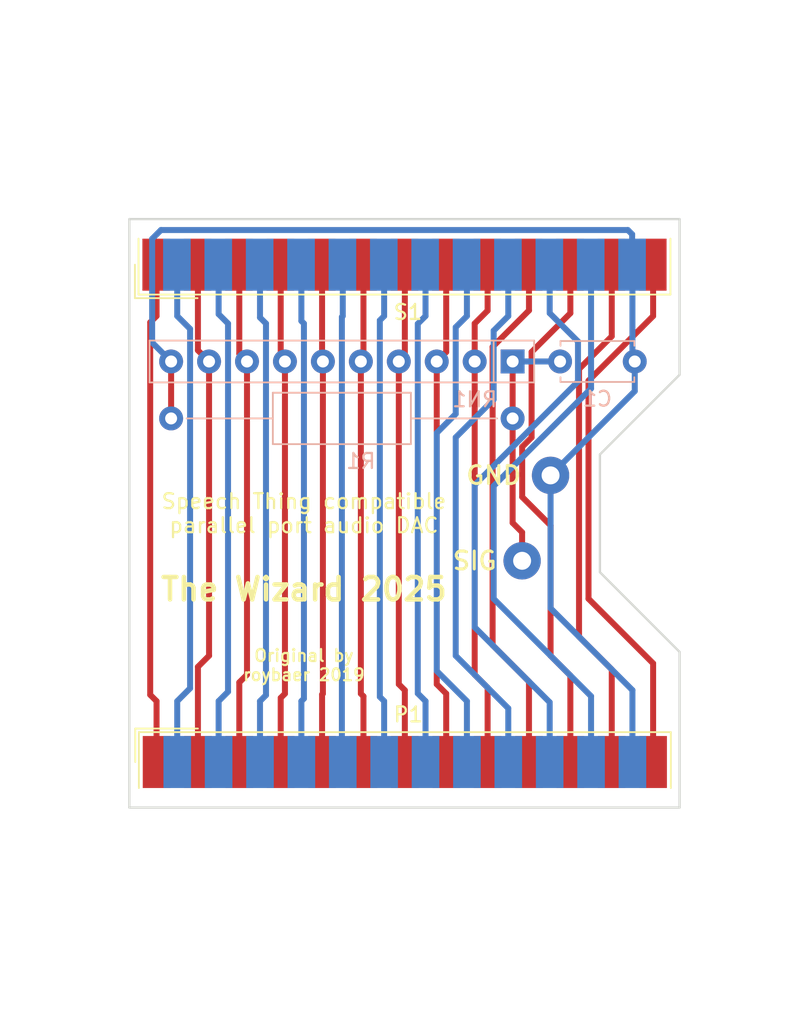
<source format=kicad_pcb>
(kicad_pcb (version 20240108) (generator "pcbnew") (generator_version "8.0")
  (title_block (title "Generic 8 bit audio DAC") (date "2019-04-11") (company "Benedikt Freisen") (comment 4 "Speech Thing compatible parallel port audio DAC"))
  (layers (0 "F.Cu" signal) (31 "B.Cu" signal) (34 "B.Paste" user) (35 "F.Paste" user) (36 "B.SilkS" user "B.Silkscreen") (37 "F.SilkS" user "F.Silkscreen") (38 "B.Mask" user) (39 "F.Mask" user) (44 "Edge.Cuts" user))
  (net 0 "")
  (net 1 "Net-(C1-Pad1)")
  (net 2 "GND")
  (net 3 "Net-(P1-Pad24)")
  (net 4 "Net-(P1-Pad23)")
  (net 5 "Net-(P1-Pad22)")
  (net 6 "Net-(P1-Pad21)")
  (net 7 "Net-(P1-Pad20)")
  (net 8 "Net-(P1-Pad19)")
  (net 9 "Net-(P1-Pad18)")
  (net 10 "Net-(P1-Pad17)")
  (net 11 "Net-(P1-Pad16)")
  (net 12 "Net-(P1-Pad15)")
  (net 13 "Net-(P1-Pad14)")
  (net 14 "Net-(P1-Pad13)")
  (net 15 "Net-(P1-Pad12)")
  (net 16 "Net-(P1-Pad11)")
  (net 17 "Net-(P1-Pad10)")
  (net 18 "Net-(P1-Pad9)")
  (net 19 "Net-(P1-Pad8)")
  (net 20 "Net-(P1-Pad7)")
  (net 21 "Net-(P1-Pad6)")
  (net 22 "Net-(P1-Pad5)")
  (net 23 "Net-(P1-Pad4)")
  (net 24 "Net-(P1-Pad3)")
  (net 25 "Net-(P1-Pad2)")
  (net 26 "Net-(P1-Pad1)")
  (footprint "Connector_Dsub:DSUB-25_Female_EdgeMount_P2.77mm" (layer "F.Cu") (at 136.271 67.183 180)
    (property "Reference" "S1" (at -0.229999 -3.175 180) (layer "F.SilkS"))
    (property "Value" "DB25_Female")
    (fp_line (start 18.043333 0) (end 18.043333 -2.24) (stroke (width 0.12)) (layer "F.SilkS"))
    (fp_line (start 18.043333 -2.24) (end 13.85 -2.24) (stroke (width 0.12)) (layer "F.SilkS"))
    (fp_line (start 17.803333 1.74) (end 17.803333 -2) (stroke (width 0.12)) (layer "F.SilkS"))
    (fp_line (start 17.803333 -2) (end -17.803333 -2) (stroke (width 0.12)) (layer "F.SilkS"))
    (fp_line (start -17.803333 -2) (end -17.803333 1.74) (stroke (width 0.12)) (layer "F.SilkS"))
    (pad "1" smd rect (at 16.62 0 180) (size 1.846667 3.48) (layers "F.Cu" "F.Paste" "F.Mask") (net 26 "Net-(P1-Pad1)"))
    (pad "2" smd rect (at 13.85 0 180) (size 1.846667 3.48) (layers "F.Cu" "F.Paste" "F.Mask") (net 25 "Net-(P1-Pad2)"))
    (pad "3" smd rect (at 11.08 0 180) (size 1.846667 3.48) (layers "F.Cu" "F.Paste" "F.Mask") (net 24 "Net-(P1-Pad3)"))
    (pad "4" smd rect (at 8.31 0 180) (size 1.846667 3.48) (layers "F.Cu" "F.Paste" "F.Mask") (net 23 "Net-(P1-Pad4)"))
    (pad "5" smd rect (at 5.54 0 180) (size 1.846667 3.48) (layers "F.Cu" "F.Paste" "F.Mask") (net 22 "Net-(P1-Pad5)"))
    (pad "6" smd rect (at 2.77 0 180) (size 1.846667 3.48) (layers "F.Cu" "F.Paste" "F.Mask") (net 21 "Net-(P1-Pad6)"))
    (pad "7" smd rect (at 0 0 180) (size 1.846667 3.48) (layers "F.Cu" "F.Paste" "F.Mask") (net 20 "Net-(P1-Pad7)"))
    (pad "8" smd rect (at -2.77 0 180) (size 1.846667 3.48) (layers "F.Cu" "F.Paste" "F.Mask") (net 19 "Net-(P1-Pad8)"))
    (pad "9" smd rect (at -5.54 0 180) (size 1.846667 3.48) (layers "F.Cu" "F.Paste" "F.Mask") (net 18 "Net-(P1-Pad9)"))
    (pad "10" smd rect (at -8.31 0 180) (size 1.846667 3.48) (layers "F.Cu" "F.Paste" "F.Mask") (net 17 "Net-(P1-Pad10)"))
    (pad "11" smd rect (at -11.08 0 180) (size 1.846667 3.48) (layers "F.Cu" "F.Paste" "F.Mask") (net 16 "Net-(P1-Pad11)"))
    (pad "12" smd rect (at -13.85 0 180) (size 1.846667 3.48) (layers "F.Cu" "F.Paste" "F.Mask") (net 15 "Net-(P1-Pad12)"))
    (pad "13" smd rect (at -16.62 0 180) (size 1.846667 3.48) (layers "F.Cu" "F.Paste" "F.Mask") (net 14 "Net-(P1-Pad13)"))
    (pad "14" smd rect (at 15.235 0 180) (size 1.846667 3.48) (layers "B.Cu" "B.Paste" "B.Mask") (net 13 "Net-(P1-Pad14)"))
    (pad "15" smd rect (at 12.465 0 180) (size 1.846667 3.48) (layers "B.Cu" "B.Paste" "B.Mask") (net 12 "Net-(P1-Pad15)"))
    (pad "16" smd rect (at 9.695 0 180) (size 1.846667 3.48) (layers "B.Cu" "B.Paste" "B.Mask") (net 11 "Net-(P1-Pad16)"))
    (pad "17" smd rect (at 6.925 0 180) (size 1.846667 3.48) (layers "B.Cu" "B.Paste" "B.Mask") (net 10 "Net-(P1-Pad17)"))
    (pad "18" smd rect (at 4.155 0 180) (size 1.846667 3.48) (layers "B.Cu" "B.Paste" "B.Mask") (net 9 "Net-(P1-Pad18)"))
    (pad "19" smd rect (at 1.385 0 180) (size 1.846667 3.48) (layers "B.Cu" "B.Paste" "B.Mask") (net 8 "Net-(P1-Pad19)"))
    (pad "20" smd rect (at -1.385 0 180) (size 1.846667 3.48) (layers "B.Cu" "B.Paste" "B.Mask") (net 7 "Net-(P1-Pad20)"))
    (pad "21" smd rect (at -4.155 0 180) (size 1.846667 3.48) (layers "B.Cu" "B.Paste" "B.Mask") (net 6 "Net-(P1-Pad21)"))
    (pad "22" smd rect (at -6.925 0 180) (size 1.846667 3.48) (layers "B.Cu" "B.Paste" "B.Mask") (net 5 "Net-(P1-Pad22)"))
    (pad "23" smd rect (at -9.695 0 180) (size 1.846667 3.48) (layers "B.Cu" "B.Paste" "B.Mask") (net 4 "Net-(P1-Pad23)"))
    (pad "24" smd rect (at -12.465 0 180) (size 1.846667 3.48) (layers "B.Cu" "B.Paste" "B.Mask") (net 3 "Net-(P1-Pad24)"))
    (pad "25" smd rect (at -15.235 0 180) (size 1.846667 3.48) (layers "B.Cu" "B.Paste" "B.Mask") (net 2 "GND"))
  )
  (footprint "Connector_Wire:SolderWirePad_1x01_Drill1.2mm" (layer "F.Cu") (at 146.05 81.28)
    (property "Reference" "J1" (hide yes))
    (property "Value" "Pad")
    (pad "1" thru_hole circle (at 0 0) (size 2.5 2.5) (drill 1.2) (layers "*.Cu" "*.Mask") (net 2 "GND"))
  )
  (footprint "Connector_Wire:SolderWirePad_1x01_Drill1.2mm" (layer "F.Cu") (at 144.145 86.995)
    (property "Reference" "J2" (hide yes))
    (property "Value" "Pad")
    (pad "1" thru_hole circle (at 0 0) (size 2.5 2.5) (drill 1.2) (layers "*.Cu" "*.Mask") (net 1 "Net-(C1-Pad1)"))
  )
  (footprint "Connector_Dsub:DSUB-25_Male_EdgeMount_P2.77mm" (layer "F.Cu") (at 136.295001 100.457)
    (property "Reference" "P1" (at 0.229999 -3.175 0) (layer "F.SilkS"))
    (property "Value" "DB25_Male")
    (fp_line (start -18.043333 -2.24) (end -13.85 -2.24) (stroke (width 0.12)) (layer "F.SilkS"))
    (fp_line (start -18.043333 0) (end -18.043333 -2.24) (stroke (width 0.12)) (layer "F.SilkS"))
    (fp_line (start -17.803333 -2) (end -17.803333 1.74) (stroke (width 0.12)) (layer "F.SilkS"))
    (fp_line (start 17.803333 -2) (end -17.803333 -2) (stroke (width 0.12)) (layer "F.SilkS"))
    (fp_line (start 17.803333 1.74) (end 17.803333 -2) (stroke (width 0.12)) (layer "F.SilkS"))
    (pad "1" smd rect (at -16.62 0) (size 1.846667 3.48) (layers "F.Cu" "F.Paste" "F.Mask") (net 26 "Net-(P1-Pad1)"))
    (pad "2" smd rect (at -13.85 0) (size 1.846667 3.48) (layers "F.Cu" "F.Paste" "F.Mask") (net 25 "Net-(P1-Pad2)"))
    (pad "3" smd rect (at -11.08 0) (size 1.846667 3.48) (layers "F.Cu" "F.Paste" "F.Mask") (net 24 "Net-(P1-Pad3)"))
    (pad "4" smd rect (at -8.31 0) (size 1.846667 3.48) (layers "F.Cu" "F.Paste" "F.Mask") (net 23 "Net-(P1-Pad4)"))
    (pad "5" smd rect (at -5.54 0) (size 1.846667 3.48) (layers "F.Cu" "F.Paste" "F.Mask") (net 22 "Net-(P1-Pad5)"))
    (pad "6" smd rect (at -2.77 0) (size 1.846667 3.48) (layers "F.Cu" "F.Paste" "F.Mask") (net 21 "Net-(P1-Pad6)"))
    (pad "7" smd rect (at 0 0) (size 1.846667 3.48) (layers "F.Cu" "F.Paste" "F.Mask") (net 20 "Net-(P1-Pad7)"))
    (pad "8" smd rect (at 2.77 0) (size 1.846667 3.48) (layers "F.Cu" "F.Paste" "F.Mask") (net 19 "Net-(P1-Pad8)"))
    (pad "9" smd rect (at 5.54 0) (size 1.846667 3.48) (layers "F.Cu" "F.Paste" "F.Mask") (net 18 "Net-(P1-Pad9)"))
    (pad "10" smd rect (at 8.31 0) (size 1.846667 3.48) (layers "F.Cu" "F.Paste" "F.Mask") (net 17 "Net-(P1-Pad10)"))
    (pad "11" smd rect (at 11.08 0) (size 1.846667 3.48) (layers "F.Cu" "F.Paste" "F.Mask") (net 16 "Net-(P1-Pad11)"))
    (pad "12" smd rect (at 13.85 0) (size 1.846667 3.48) (layers "F.Cu" "F.Paste" "F.Mask") (net 15 "Net-(P1-Pad12)"))
    (pad "13" smd rect (at 16.62 0) (size 1.846667 3.48) (layers "F.Cu" "F.Paste" "F.Mask") (net 14 "Net-(P1-Pad13)"))
    (pad "14" smd rect (at -15.235 0) (size 1.846667 3.48) (layers "B.Cu" "B.Paste" "B.Mask") (net 13 "Net-(P1-Pad14)"))
    (pad "15" smd rect (at -12.465 0) (size 1.846667 3.48) (layers "B.Cu" "B.Paste" "B.Mask") (net 12 "Net-(P1-Pad15)"))
    (pad "16" smd rect (at -9.695 0) (size 1.846667 3.48) (layers "B.Cu" "B.Paste" "B.Mask") (net 11 "Net-(P1-Pad16)"))
    (pad "17" smd rect (at -6.925 0) (size 1.846667 3.48) (layers "B.Cu" "B.Paste" "B.Mask") (net 10 "Net-(P1-Pad17)"))
    (pad "18" smd rect (at -4.155 0) (size 1.846667 3.48) (layers "B.Cu" "B.Paste" "B.Mask") (net 9 "Net-(P1-Pad18)"))
    (pad "19" smd rect (at -1.385 0) (size 1.846667 3.48) (layers "B.Cu" "B.Paste" "B.Mask") (net 8 "Net-(P1-Pad19)"))
    (pad "20" smd rect (at 1.385 0) (size 1.846667 3.48) (layers "B.Cu" "B.Paste" "B.Mask") (net 7 "Net-(P1-Pad20)"))
    (pad "21" smd rect (at 4.155 0) (size 1.846667 3.48) (layers "B.Cu" "B.Paste" "B.Mask") (net 6 "Net-(P1-Pad21)"))
    (pad "22" smd rect (at 6.925 0) (size 1.846667 3.48) (layers "B.Cu" "B.Paste" "B.Mask") (net 5 "Net-(P1-Pad22)"))
    (pad "23" smd rect (at 9.695 0) (size 1.846667 3.48) (layers "B.Cu" "B.Paste" "B.Mask") (net 4 "Net-(P1-Pad23)"))
    (pad "24" smd rect (at 12.465 0) (size 1.846667 3.48) (layers "B.Cu" "B.Paste" "B.Mask") (net 3 "Net-(P1-Pad24)"))
    (pad "25" smd rect (at 15.235 0) (size 1.846667 3.48) (layers "B.Cu" "B.Paste" "B.Mask") (net 2 "GND"))
  )
  (footprint "Capacitor_THT:C_Disc_D4.7mm_W2.5mm_P5.00mm" (layer "B.Cu") (at 146.685 73.66)
    (property "Reference" "C1" (at 2.5 2.5 0) (layer "B.SilkS") (effects (justify mirror)))
    (property "Value" "0")
    (fp_line (start 0.03 -1.37) (end 4.97 -1.37) (stroke (width 0.12)) (layer "B.SilkS"))
    (fp_line (start 0.03 -1.055) (end 0.03 -1.37) (stroke (width 0.12)) (layer "B.SilkS"))
    (fp_line (start 0.03 1.37) (end 0.03 1.055) (stroke (width 0.12)) (layer "B.SilkS"))
    (fp_line (start 0.03 1.37) (end 4.97 1.37) (stroke (width 0.12)) (layer "B.SilkS"))
    (fp_line (start 4.97 -1.055) (end 4.97 -1.37) (stroke (width 0.12)) (layer "B.SilkS"))
    (fp_line (start 4.97 1.37) (end 4.97 1.055) (stroke (width 0.12)) (layer "B.SilkS"))
    (pad "1" thru_hole circle (at 0 0) (size 1.6 1.6) (drill 0.8) (layers "*.Cu" "*.Mask") (net 1 "Net-(C1-Pad1)"))
    (pad "2" thru_hole circle (at 5 0) (size 1.6 1.6) (drill 0.8) (layers "*.Cu" "*.Mask") (net 2 "GND"))
  )
  (footprint "Resistor_THT:R_Axial_DIN0309_L9.0mm_D3.2mm_P20.32mm_Horizontal" (layer "B.Cu") (at 143.51 77.47 180)
    (property "Reference" "R1" (at 10.16 -2.8575 180) (layer "B.SilkS") (effects (justify mirror)))
    (property "Value" "25.5k")
    (fp_line (start 21.82 0) (end 16.05 0) (stroke (width 0.12)) (layer "B.SilkS"))
    (fp_line (start 16.05 1.72) (end 6.81 1.72) (stroke (width 0.12)) (layer "B.SilkS"))
    (fp_line (start 16.05 -1.72) (end 16.05 1.72) (stroke (width 0.12)) (layer "B.SilkS"))
    (fp_line (start 6.81 1.72) (end 6.81 -1.72) (stroke (width 0.12)) (layer "B.SilkS"))
    (fp_line (start 6.81 -1.72) (end 16.05 -1.72) (stroke (width 0.12)) (layer "B.SilkS"))
    (fp_line (start 1.04 0) (end 6.81 0) (stroke (width 0.12)) (layer "B.SilkS"))
    (pad "1" thru_hole circle (at 0 0 180) (size 1.6 1.6) (drill 0.8) (layers "*.Cu" "*.Mask") (net 1 "Net-(C1-Pad1)"))
    (pad "2" thru_hole oval (at 22.86 0 180) (size 1.6 1.6) (drill 0.8) (layers "*.Cu" "*.Mask") (net 2 "GND"))
  )
  (footprint "Resistor_THT:R_Array_SIP10" (layer "B.Cu") (at 143.51 73.66 180)
    (property "Reference" "RN1" (at 2.54 -2.54 180) (layer "B.SilkS") (effects (justify mirror)))
    (property "Value" "4310R-R2R-104LF")
    (fp_line (start 24.3 1.4) (end -1.44 1.4) (stroke (width 0.12)) (layer "B.SilkS"))
    (fp_line (start 24.3 -1.4) (end 24.3 1.4) (stroke (width 0.12)) (layer "B.SilkS"))
    (fp_line (start 1.27 1.4) (end 1.27 -1.4) (stroke (width 0.12)) (layer "B.SilkS"))
    (fp_line (start -1.44 1.4) (end -1.44 -1.4) (stroke (width 0.12)) (layer "B.SilkS"))
    (fp_line (start -1.44 -1.4) (end 24.3 -1.4) (stroke (width 0.12)) (layer "B.SilkS"))
    (pad "1" thru_hole rect (at 0 0 180) (size 1.6 1.6) (drill 0.8) (layers "*.Cu" "*.Mask") (net 1 "Net-(C1-Pad1)"))
    (pad "2" thru_hole oval (at 2.54 0 180) (size 1.6 1.6) (drill 0.8) (layers "*.Cu" "*.Mask") (net 18 "Net-(P1-Pad9)"))
    (pad "3" thru_hole oval (at 5.08 0 180) (size 1.6 1.6) (drill 0.8) (layers "*.Cu" "*.Mask") (net 19 "Net-(P1-Pad8)"))
    (pad "4" thru_hole oval (at 7.62 0 180) (size 1.6 1.6) (drill 0.8) (layers "*.Cu" "*.Mask") (net 20 "Net-(P1-Pad7)"))
    (pad "5" thru_hole oval (at 10.16 0 180) (size 1.6 1.6) (drill 0.8) (layers "*.Cu" "*.Mask") (net 21 "Net-(P1-Pad6)"))
    (pad "6" thru_hole oval (at 12.7 0 180) (size 1.6 1.6) (drill 0.8) (layers "*.Cu" "*.Mask") (net 22 "Net-(P1-Pad5)"))
    (pad "7" thru_hole oval (at 15.24 0 180) (size 1.6 1.6) (drill 0.8) (layers "*.Cu" "*.Mask") (net 23 "Net-(P1-Pad4)"))
    (pad "8" thru_hole oval (at 17.78 0 180) (size 1.6 1.6) (drill 0.8) (layers "*.Cu" "*.Mask") (net 24 "Net-(P1-Pad3)"))
    (pad "9" thru_hole oval (at 20.32 0 180) (size 1.6 1.6) (drill 0.8) (layers "*.Cu" "*.Mask") (net 25 "Net-(P1-Pad2)"))
    (pad "10" thru_hole oval (at 22.86 0 180) (size 1.6 1.6) (drill 0.8) (layers "*.Cu" "*.Mask") (net 2 "GND"))
  )
  (gr_line (start 154.686 64.135) (end 154.686 74.549) (stroke (width 0.15)) (layer "Edge.Cuts"))
  (gr_line (start 149.352 79.883) (end 149.352 87.757) (stroke (width 0.15)) (layer "Edge.Cuts"))
  (gr_line (start 154.686 64.135) (end 117.856 64.135) (stroke (width 0.15)) (layer "Edge.Cuts"))
  (gr_line (start 117.856 64.135) (end 117.856 103.505) (stroke (width 0.15)) (layer "Edge.Cuts"))
  (gr_line (start 149.352 87.757) (end 154.686 93.091) (stroke (width 0.15)) (layer "Edge.Cuts"))
  (gr_line (start 117.856 103.505) (end 154.686 103.505) (stroke (width 0.15)) (layer "Edge.Cuts"))
  (gr_line (start 154.686 74.549) (end 149.352 79.883) (stroke (width 0.15)) (layer "Edge.Cuts"))
  (gr_line (start 154.686 93.091) (end 154.686 103.505) (stroke (width 0.15)) (layer "Edge.Cuts"))
  (gr_text "GND" (at 142.24 81.28 0) (layer "F.SilkS") (effects (font (size 1.2 1.2) (thickness 0.2))))
  (gr_text "The Wizard 2025" (at 129.54 88.9 0) (layer "F.SilkS") (effects (font (size 1.5 1.5) (thickness 0.3))))
  (gr_text "Speech Thing compatible\nparallel port audio DAC" (at 129.54 83.82 0) (layer "F.SilkS") (effects (font (size 1 1))))
  (gr_text "Original by\nroybaer 2019" (at 129.54 93.98 0) (layer "F.SilkS") (effects (font (size 0.8 0.8))))
  (gr_text "SIG" (at 140.97 86.995 0) (layer "F.SilkS") (effects (font (size 1.2 1.2) (thickness 0.2))))
  (segment (start 143.51 73.66) (end 143.51 77.47) (width 0.4) (layer "F.Cu") (net 1))
  (segment (start 143.51 84.455) (end 144.145 85.09) (width 0.4) (layer "F.Cu") (net 1))
  (segment (start 143.51 77.47) (end 143.51 84.455) (width 0.4) (layer "F.Cu") (net 1))
  (segment (start 144.145 85.09) (end 144.145 86.995) (width 0.4) (layer "F.Cu") (net 1))
  (segment (start 144.61 73.66) (end 146.685 73.66) (width 0.4) (layer "B.Cu") (net 1))
  (segment (start 143.51 73.66) (end 144.61 73.66) (width 0.4) (layer "B.Cu") (net 1))
  (segment (start 120.65 73.66) (end 120.65 77.47) (width 0.4) (layer "F.Cu") (net 2))
  (segment (start 119.38 65.455665) (end 119.971655 64.86401) (width 0.4) (layer "B.Cu") (net 2))
  (segment (start 151.530001 98.425) (end 151.530001 100.349001) (width 0.4) (layer "B.Cu") (net 2))
  (segment (start 120.65 73.66) (end 119.38 72.39) (width 0.4) (layer "B.Cu") (net 2))
  (segment (start 146.05 81.28) (end 146.05 90.17) (width 0.4) (layer "B.Cu") (net 2))
  (segment (start 151.530001 73.505001) (end 151.685 73.66) (width 0.4) (layer "B.Cu") (net 2))
  (segment (start 151.22401 64.86401) (end 151.511 65.151) (width 0.4) (layer "B.Cu") (net 2))
  (segment (start 119.971655 64.86401) (end 151.22401 64.86401) (width 0.4) (layer "B.Cu") (net 2))
  (segment (start 146.05 90.17) (end 151.530001 95.650001) (width 0.4) (layer "B.Cu") (net 2))
  (segment (start 151.530001 66.186001) (end 151.530001 73.505001) (width 0.4) (layer "B.Cu") (net 2))
  (segment (start 151.530001 68.58) (end 151.530001 67.763334) (width 0.4) (layer "B.Cu") (net 2))
  (segment (start 119.38 72.39) (end 119.38 65.455665) (width 0.4) (layer "B.Cu") (net 2))
  (segment (start 151.511 65.151) (end 151.511 66.167) (width 0.4) (layer "B.Cu") (net 2))
  (segment (start 151.530001 95.650001) (end 151.530001 98.425) (width 0.4) (layer "B.Cu") (net 2))
  (segment (start 151.685 73.66) (end 151.685 75.645) (width 0.4) (layer "B.Cu") (net 2))
  (segment (start 151.685 75.645) (end 146.05 81.28) (width 0.4) (layer "B.Cu") (net 2))
  (segment (start 148.760001 98.425) (end 148.760001 100.373001) (width 0.4) (layer "B.Cu") (net 3))
  (segment (start 142.24 89.535) (end 148.760001 96.055001) (width 0.4) (layer "B.Cu") (net 3))
  (segment (start 148.760001 75.467121) (end 142.24 81.987122) (width 0.4) (layer "B.Cu") (net 3))
  (segment (start 148.760001 96.055001) (end 148.760001 98.425) (width 0.4) (layer "B.Cu") (net 3))
  (segment (start 142.24 81.987122) (end 142.24 89.535) (width 0.4) (layer "B.Cu") (net 3))
  (segment (start 148.760001 68.58) (end 148.760001 75.467121) (width 0.4) (layer "B.Cu") (net 3))
  (segment (start 147.885001 74.999999) (end 140.97 81.915) (width 0.4) (layer "B.Cu") (net 4))
  (segment (start 140.97 81.915) (end 140.97 91.44) (width 0.4) (layer "B.Cu") (net 4))
  (segment (start 140.97 91.44) (end 145.990001 96.460001) (width 0.4) (layer "B.Cu") (net 4))
  (segment (start 145.990001 70.425001) (end 147.885001 72.320001) (width 0.4) (layer "B.Cu") (net 4))
  (segment (start 145.990001 98.425) (end 145.990001 100.389999) (width 0.4) (layer "B.Cu") (net 4))
  (segment (start 145.990001 68.58) (end 145.990001 70.425001) (width 0.4) (layer "B.Cu") (net 4))
  (segment (start 147.885001 72.320001) (end 147.885001 74.999999) (width 0.4) (layer "B.Cu") (net 4))
  (segment (start 145.990001 96.460001) (end 145.990001 98.425) (width 0.4) (layer "B.Cu") (net 4))
  (segment (start 143.220001 96.865001) (end 143.220001 98.425) (width 0.4) (layer "B.Cu") (net 5))
  (segment (start 139.7 78.74) (end 139.7 93.345) (width 0.4) (layer "B.Cu") (net 5))
  (segment (start 143.220001 68.58) (end 143.220001 70.62) (width 0.4) (layer "B.Cu") (net 5))
  (segment (start 139.7 93.345) (end 143.220001 96.865001) (width 0.4) (layer "B.Cu") (net 5))
  (segment (start 142.24 76.2) (end 139.7 78.74) (width 0.4) (layer "B.Cu") (net 5))
  (segment (start 142.24 71.600001) (end 142.24 76.2) (width 0.4) (layer "B.Cu") (net 5))
  (segment (start 143.220001 70.62) (end 142.24 71.600001) (width 0.4) (layer "B.Cu") (net 5))
  (segment (start 143.220001 98.425) (end 143.220001 100.421001) (width 0.4) (layer "B.Cu") (net 5))
  (segment (start 140.450001 70.62) (end 139.7 71.370001) (width 0.4) (layer "B.Cu") (net 6))
  (segment (start 139.7 71.370001) (end 139.7 77.170508) (width 0.4) (layer "B.Cu") (net 6))
  (segment (start 139.7 77.170508) (end 138.43 78.440508) (width 0.4) (layer "B.Cu") (net 6))
  (segment (start 138.43 94.364999) (end 140.450001 96.385) (width 0.4) (layer "B.Cu") (net 6))
  (segment (start 138.43 78.440508) (end 138.43 94.364999) (width 0.4) (layer "B.Cu") (net 6))
  (segment (start 140.450001 98.425) (end 140.450001 100.445001) (width 0.4) (layer "B.Cu") (net 6))
  (segment (start 140.450001 96.385) (end 140.450001 98.425) (width 0.4) (layer "B.Cu") (net 6))
  (segment (start 140.450001 68.58) (end 140.450001 70.62) (width 0.4) (layer "B.Cu") (net 6))
  (segment (start 137.16 71.140001) (end 137.16 95.864999) (width 0.4) (layer "B.Cu") (net 7))
  (segment (start 137.680001 98.425) (end 137.680001 100.444999) (width 0.4) (layer "B.Cu") (net 7))
  (segment (start 137.16 95.864999) (end 137.680001 96.385) (width 0.4) (layer "B.Cu") (net 7))
  (segment (start 137.680001 96.385) (end 137.680001 98.425) (width 0.4) (layer "B.Cu") (net 7))
  (segment (start 137.680001 68.58) (end 137.680001 70.62) (width 0.4) (layer "B.Cu") (net 7))
  (segment (start 137.680001 70.62) (end 137.16 71.140001) (width 0.4) (layer "B.Cu") (net 7))
  (segment (start 134.62 96.094999) (end 134.910001 96.385) (width 0.4) (layer "B.Cu") (net 8))
  (segment (start 134.910001 70.62) (end 134.62 70.910001) (width 0.4) (layer "B.Cu") (net 8))
  (segment (start 134.910001 68.58) (end 134.910001 70.62) (width 0.4) (layer "B.Cu") (net 8))
  (segment (start 134.910001 98.425) (end 134.910001 100.420999) (width 0.4) (layer "B.Cu") (net 8))
  (segment (start 134.910001 96.385) (end 134.910001 98.425) (width 0.4) (layer "B.Cu") (net 8))
  (segment (start 134.62 70.910001) (end 134.62 96.094999) (width 0.4) (layer "B.Cu") (net 8))
  (segment (start 132.08 70.680001) (end 132.08 98.364999) (width 0.4) (layer "B.Cu") (net 9))
  (segment (start 132.140001 68.58) (end 132.140001 70.62) (width 0.4) (layer "B.Cu") (net 9))
  (segment (start 132.08 98.364999) (end 132.08 100.457) (width 0.4) (layer "B.Cu") (net 9))
  (segment (start 132.140001 70.62) (end 132.08 70.680001) (width 0.4) (layer "B.Cu") (net 9))
  (segment (start 129.370001 98.425) (end 129.370001 100.414001) (width 0.4) (layer "B.Cu") (net 10))
  (segment (start 129.370001 68.58) (end 129.370001 70.950001) (width 0.4) (layer "B.Cu") (net 10))
  (segment (start 129.370001 70.950001) (end 129.54 71.12) (width 0.4) (layer "B.Cu") (net 10))
  (segment (start 129.370001 96.385) (end 129.370001 98.425) (width 0.4) (layer "B.Cu") (net 10))
  (segment (start 129.54 96.215001) (end 129.370001 96.385) (width 0.4) (layer "B.Cu") (net 10))
  (segment (start 129.54 71.12) (end 129.54 96.215001) (width 0.4) (layer "B.Cu") (net 10))
  (segment (start 127 95.985001) (end 126.600001 96.385) (width 0.4) (layer "B.Cu") (net 11))
  (segment (start 126.600001 98.425) (end 126.600001 100.438001) (width 0.4) (layer "B.Cu") (net 11))
  (segment (start 126.600001 68.58) (end 126.600001 70.720001) (width 0.4) (layer "B.Cu") (net 11))
  (segment (start 126.600001 70.720001) (end 127 71.12) (width 0.4) (layer "B.Cu") (net 11))
  (segment (start 126.600001 96.385) (end 126.600001 98.425) (width 0.4) (layer "B.Cu") (net 11))
  (segment (start 127 71.12) (end 127 95.985001) (width 0.4) (layer "B.Cu") (net 11))
  (segment (start 123.830001 70.490001) (end 124.46 71.12) (width 0.4) (layer "B.Cu") (net 12))
  (segment (start 124.46 95.755001) (end 123.830001 96.385) (width 0.4) (layer "B.Cu") (net 12))
  (segment (start 123.830001 98.425) (end 123.830001 100.335001) (width 0.4) (layer "B.Cu") (net 12))
  (segment (start 123.830001 96.385) (end 123.830001 98.425) (width 0.4) (layer "B.Cu") (net 12))
  (segment (start 123.830001 68.58) (end 123.830001 70.490001) (width 0.4) (layer "B.Cu") (net 12))
  (segment (start 124.46 71.12) (end 124.46 95.755001) (width 0.4) (layer "B.Cu") (net 12))
  (segment (start 121.92 71.479999) (end 121.92 95.525001) (width 0.4) (layer "B.Cu") (net 13))
  (segment (start 121.060001 68.58) (end 121.060001 70.62) (width 0.4) (layer "B.Cu") (net 13))
  (segment (start 121.060001 96.385) (end 121.060001 98.425) (width 0.4) (layer "B.Cu") (net 13))
  (segment (start 121.92 95.525001) (end 121.060001 96.385) (width 0.4) (layer "B.Cu") (net 13))
  (segment (start 121.060001 98.425) (end 121.060001 100.359001) (width 0.4) (layer "B.Cu") (net 13))
  (segment (start 121.060001 70.62) (end 121.92 71.479999) (width 0.4) (layer "B.Cu") (net 13))
  (segment (start 152.915001 98.425) (end 152.915001 100.449999) (width 0.4) (layer "F.Cu") (net 14))
  (segment (start 148.59 89.535) (end 152.915001 93.860001) (width 0.4) (layer "F.Cu") (net 14))
  (segment (start 148.59 74.945001) (end 148.59 89.535) (width 0.4) (layer "F.Cu") (net 14))
  (segment (start 152.915001 93.860001) (end 152.915001 98.425) (width 0.4) (layer "F.Cu") (net 14))
  (segment (start 152.915001 70.62) (end 148.59 74.945001) (width 0.4) (layer "F.Cu") (net 14))
  (segment (start 152.915001 68.58) (end 152.915001 70.62) (width 0.4) (layer "F.Cu") (net 14))
  (segment (start 150.145001 94.265001) (end 150.145001 98.425) (width 0.4) (layer "F.Cu") (net 15))
  (segment (start 150.145001 68.58) (end 150.145001 71.976001) (width 0.4) (layer "F.Cu") (net 15))
  (segment (start 150.145001 71.976001) (end 147.955 74.166002) (width 0.4) (layer "F.Cu") (net 15))
  (segment (start 147.955 74.166002) (end 147.955 92.075) (width 0.4) (layer "F.Cu") (net 15))
  (segment (start 147.955 92.075) (end 150.145001 94.265001) (width 0.4) (layer "F.Cu") (net 15))
  (segment (start 150.145001 98.425) (end 150.145001 100.425999) (width 0.4) (layer "F.Cu") (net 15))
  (segment (start 144.150129 82.727127) (end 146.05 84.626998) (width 0.4) (layer "F.Cu") (net 16))
  (segment (start 147.375001 98.425) (end 147.375001 100.385001) (width 0.4) (layer "F.Cu") (net 16))
  (segment (start 144.150129 79.369871) (end 144.150129 82.727127) (width 0.4) (layer "F.Cu") (net 16))
  (segment (start 146.05 93.345) (end 147.375001 94.670001) (width 0.4) (layer "F.Cu") (net 16))
  (segment (start 147.375001 68.58) (end 147.375001 70.429999) (width 0.4) (layer "F.Cu") (net 16))
  (segment (start 147.375001 70.429999) (end 144.78 73.025) (width 0.4) (layer "F.Cu") (net 16))
  (segment (start 144.78 78.74) (end 144.150129 79.369871) (width 0.4) (layer "F.Cu") (net 16))
  (segment (start 146.05 84.626998) (end 146.05 93.345) (width 0.4) (layer "F.Cu") (net 16))
  (segment (start 147.375001 94.670001) (end 147.375001 98.425) (width 0.4) (layer "F.Cu") (net 16))
  (segment (start 144.78 73.025) (end 144.78 78.74) (width 0.4) (layer "F.Cu") (net 16))
  (segment (start 142.170001 92.640001) (end 144.605001 95.075001) (width 0.4) (layer "F.Cu") (net 17))
  (segment (start 144.605001 68.58) (end 144.605001 70.244997) (width 0.4) (layer "F.Cu") (net 17))
  (segment (start 142.170001 72.679997) (end 142.170001 92.640001) (width 0.4) (layer "F.Cu") (net 17))
  (segment (start 144.605001 70.244997) (end 142.170001 72.679997) (width 0.4) (layer "F.Cu") (net 17))
  (segment (start 144.605001 95.075001) (end 144.605001 98.425) (width 0.4) (layer "F.Cu") (net 17))
  (segment (start 144.605001 98.425) (end 144.605001 100.409001) (width 0.4) (layer "F.Cu") (net 17))
  (segment (start 140.97 71.12) (end 141.835001 70.254999) (width 0.4) (layer "F.Cu") (net 18))
  (segment (start 141.835001 95.480001) (end 141.835001 98.425) (width 0.4) (layer "F.Cu") (net 18))
  (segment (start 140.97 73.66) (end 140.97 71.12) (width 0.4) (layer "F.Cu") (net 18))
  (segment (start 141.835001 98.425) (end 141.835001 100.433001) (width 0.4) (layer "F.Cu") (net 18))
  (segment (start 140.97 73.66) (end 140.97 94.615) (width 0.4) (layer "F.Cu") (net 18))
  (segment (start 141.835001 70.254999) (end 141.835001 68.58) (width 0.4) (layer "F.Cu") (net 18))
  (segment (start 140.97 94.615) (end 141.835001 95.480001) (width 0.4) (layer "F.Cu") (net 18))
  (segment (start 139.065001 68.58) (end 139.065001 73.024999) (width 0.4) (layer "F.Cu") (net 19))
  (segment (start 139.065001 98.425) (end 139.065001 100.456999) (width 0.4) (layer "F.Cu") (net 19))
  (segment (start 139.065001 95.885001) (end 139.065001 98.425) (width 0.4) (layer "F.Cu") (net 19))
  (segment (start 139.065001 73.024999) (end 138.43 73.66) (width 0.4) (layer "F.Cu") (net 19))
  (segment (start 138.43 95.25) (end 139.065001 95.885001) (width 0.4) (layer "F.Cu") (net 19))
  (segment (start 138.43 73.66) (end 138.43 95.25) (width 0.4) (layer "F.Cu") (net 19))
  (segment (start 136.295001 68.58) (end 136.295001 73.254999) (width 0.4) (layer "F.Cu") (net 20))
  (segment (start 136.295001 73.254999) (end 135.89 73.66) (width 0.4) (layer "F.Cu") (net 20))
  (segment (start 136.295001 95.655001) (end 136.295001 98.425) (width 0.4) (layer "F.Cu") (net 20))
  (segment (start 136.295001 98.425) (end 136.295001 100.432999) (width 0.4) (layer "F.Cu") (net 20))
  (segment (start 135.89 73.66) (end 135.89 95.25) (width 0.4) (layer "F.Cu") (net 20))
  (segment (start 135.89 95.25) (end 136.295001 95.655001) (width 0.4) (layer "F.Cu") (net 20))
  (segment (start 133.525001 73.484999) (end 133.35 73.66) (width 0.4) (layer "F.Cu") (net 21))
  (segment (start 133.35 73.66) (end 133.35 95.885) (width 0.4) (layer "F.Cu") (net 21))
  (segment (start 133.35 95.885) (end 133.525001 96.060001) (width 0.4) (layer "F.Cu") (net 21))
  (segment (start 133.525001 96.060001) (end 133.525001 98.425) (width 0.4) (layer "F.Cu") (net 21))
  (segment (start 133.525001 98.425) (end 133.525001 100.408999) (width 0.4) (layer "F.Cu") (net 21))
  (segment (start 133.525001 68.58) (end 133.525001 73.484999) (width 0.4) (layer "F.Cu") (net 21))
  (segment (start 130.81 95.885) (end 130.755001 95.939999) (width 0.4) (layer "F.Cu") (net 22))
  (segment (start 130.755001 98.425) (end 130.755001 100.402001) (width 0.4) (layer "F.Cu") (net 22))
  (segment (start 130.755001 95.939999) (end 130.755001 98.425) (width 0.4) (layer "F.Cu") (net 22))
  (segment (start 130.81 73.66) (end 130.81 95.885) (width 0.4) (layer "F.Cu") (net 22))
  (segment (start 130.755001 68.58) (end 130.755001 73.605001) (width 0.4) (layer "F.Cu") (net 22))
  (segment (start 130.755001 73.605001) (end 130.81 73.66) (width 0.4) (layer "F.Cu") (net 22))
  (segment (start 127.985001 73.375001) (end 128.27 73.66) (width 0.4) (layer "F.Cu") (net 23))
  (segment (start 128.27 73.66) (end 128.27 95.885) (width 0.4) (layer "F.Cu") (net 23))
  (segment (start 127.985001 96.169999) (end 127.985001 98.425) (width 0.4) (layer "F.Cu") (net 23))
  (segment (start 127.985001 68.58) (end 127.985001 73.375001) (width 0.4) (layer "F.Cu") (net 23))
  (segment (start 127.985001 98.425) (end 127.985001 100.426001) (width 0.4) (layer "F.Cu") (net 23))
  (segment (start 128.27 95.885) (end 127.985001 96.169999) (width 0.4) (layer "F.Cu") (net 23))
  (segment (start 125.215001 73.145001) (end 125.73 73.66) (width 0.4) (layer "F.Cu") (net 24))
  (segment (start 125.215001 98.425) (end 125.215001 100.450001) (width 0.4) (layer "F.Cu") (net 24))
  (segment (start 125.73 94.615) (end 125.215001 95.129999) (width 0.4) (layer "F.Cu") (net 24))
  (segment (start 125.215001 68.58) (end 125.215001 73.145001) (width 0.4) (layer "F.Cu") (net 24))
  (segment (start 125.73 73.66) (end 125.73 94.615) (width 0.4) (layer "F.Cu") (net 24))
  (segment (start 125.215001 95.129999) (end 125.215001 98.425) (width 0.4) (layer "F.Cu") (net 24))
  (segment (start 122.445001 98.425) (end 122.445001 100.439999) (width 0.4) (layer "F.Cu") (net 25))
  (segment (start 123.19 73.66) (end 123.19 93.345) (width 0.4) (layer "F.Cu") (net 25))
  (segment (start 122.445001 94.089999) (end 122.445001 98.425) (width 0.4) (layer "F.Cu") (net 25))
  (segment (start 122.445001 72.915001) (end 123.19 73.66) (width 0.4) (layer "F.Cu") (net 25))
  (segment (start 123.19 93.345) (end 122.445001 94.089999) (width 0.4) (layer "F.Cu") (net 25))
  (segment (start 122.445001 68.58) (end 122.445001 72.915001) (width 0.4) (layer "F.Cu") (net 25))
  (segment (start 119.675001 98.425) (end 119.675001 100.415999) (width 0.4) (layer "F.Cu") (net 26))
  (segment (start 119.250509 71.044492) (end 119.250509 95.960508) (width 0.4) (layer "F.Cu") (net 26))
  (segment (start 119.675001 96.385) (end 119.675001 98.425) (width 0.4) (layer "F.Cu") (net 26))
  (segment (start 119.250509 95.960508) (end 119.675001 96.385) (width 0.4) (layer "F.Cu") (net 26))
  (segment (start 119.675001 70.62) (end 119.250509 71.044492) (width 0.4) (layer "F.Cu") (net 26))
  (segment (start 119.675001 68.58) (end 119.675001 70.62) (width 0.4) (layer "F.Cu") (net 26))
)
</source>
